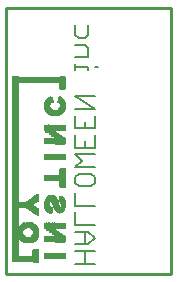
<source format=gbo>
G75*
%MOIN*%
%OFA0B0*%
%FSLAX24Y24*%
%IPPOS*%
%LPD*%
%AMOC8*
5,1,8,0,0,1.08239X$1,22.5*
%
%ADD10C,0.0100*%
%ADD11C,0.0060*%
%ADD12R,0.0005X0.6165*%
%ADD13R,0.0005X0.6175*%
%ADD14R,0.0005X0.6185*%
%ADD15R,0.0005X0.0230*%
%ADD16R,0.0005X0.0290*%
%ADD17R,0.0005X0.0225*%
%ADD18R,0.0005X0.0320*%
%ADD19R,0.0005X0.0340*%
%ADD20R,0.0005X0.0370*%
%ADD21R,0.0005X0.0390*%
%ADD22R,0.0005X0.0400*%
%ADD23R,0.0005X0.0420*%
%ADD24R,0.0005X0.0435*%
%ADD25R,0.0005X0.0450*%
%ADD26R,0.0005X0.0460*%
%ADD27R,0.0005X0.0480*%
%ADD28R,0.0005X0.0490*%
%ADD29R,0.0005X0.0500*%
%ADD30R,0.0005X0.0510*%
%ADD31R,0.0005X0.0520*%
%ADD32R,0.0005X0.0530*%
%ADD33R,0.0005X0.0540*%
%ADD34R,0.0005X0.0550*%
%ADD35R,0.0005X0.0560*%
%ADD36R,0.0005X0.0570*%
%ADD37R,0.0005X0.0580*%
%ADD38R,0.0005X0.0590*%
%ADD39R,0.0005X0.0600*%
%ADD40R,0.0005X0.0610*%
%ADD41R,0.0005X0.0620*%
%ADD42R,0.0005X0.0630*%
%ADD43R,0.0005X0.0275*%
%ADD44R,0.0005X0.0265*%
%ADD45R,0.0005X0.0255*%
%ADD46R,0.0005X0.0250*%
%ADD47R,0.0005X0.0245*%
%ADD48R,0.0005X0.0240*%
%ADD49R,0.0005X0.0235*%
%ADD50R,0.0005X0.0260*%
%ADD51R,0.0005X0.0280*%
%ADD52R,0.0005X0.0285*%
%ADD53R,0.0005X0.0295*%
%ADD54R,0.0005X0.0300*%
%ADD55R,0.0005X0.0305*%
%ADD56R,0.0005X0.0315*%
%ADD57R,0.0005X0.0325*%
%ADD58R,0.0005X0.0335*%
%ADD59R,0.0005X0.0345*%
%ADD60R,0.0005X0.0355*%
%ADD61R,0.0005X0.0365*%
%ADD62R,0.0005X0.0375*%
%ADD63R,0.0005X0.0385*%
%ADD64R,0.0005X0.0395*%
%ADD65R,0.0005X0.0405*%
%ADD66R,0.0005X0.0415*%
%ADD67R,0.0005X0.0425*%
%ADD68R,0.0005X0.0445*%
%ADD69R,0.0005X0.0455*%
%ADD70R,0.0005X0.0465*%
%ADD71R,0.0005X0.0475*%
%ADD72R,0.0005X0.0430*%
%ADD73R,0.0005X0.0270*%
%ADD74R,0.0005X0.0640*%
%ADD75R,0.0005X0.0470*%
%ADD76R,0.0005X0.0440*%
%ADD77R,0.0005X0.0410*%
%ADD78R,0.0005X0.0350*%
%ADD79R,0.0005X0.0330*%
%ADD80R,0.0005X0.0200*%
%ADD81R,0.0005X0.0140*%
%ADD82R,0.0005X0.0010*%
%ADD83R,0.0005X0.0005*%
%ADD84R,0.0005X0.0160*%
%ADD85R,0.0005X0.0155*%
%ADD86R,0.0005X0.0220*%
%ADD87R,0.0005X0.0210*%
%ADD88R,0.0005X0.0205*%
%ADD89R,0.0005X0.0215*%
%ADD90R,0.0005X0.0310*%
%ADD91R,0.0005X0.0485*%
%ADD92R,0.0005X0.0525*%
%ADD93R,0.0005X0.0515*%
%ADD94R,0.0005X0.0545*%
%ADD95R,0.0005X0.0585*%
%ADD96R,0.0005X0.0595*%
%ADD97R,0.0005X0.0605*%
%ADD98R,0.0005X0.0360*%
%ADD99R,0.0005X0.0135*%
%ADD100R,0.0005X0.0180*%
%ADD101R,0.0005X0.0050*%
%ADD102R,0.0005X0.0380*%
%ADD103R,0.0005X0.0145*%
%ADD104R,0.0005X0.0130*%
%ADD105R,0.0005X0.0105*%
%ADD106R,0.0005X0.0090*%
%ADD107R,0.0005X0.0075*%
%ADD108R,0.0005X0.0055*%
%ADD109R,0.0005X0.0035*%
%ADD110R,0.0005X0.0015*%
%ADD111R,0.0005X0.0650*%
%ADD112R,0.0005X0.0655*%
%ADD113R,0.0005X0.0040*%
%ADD114R,0.0005X0.0060*%
%ADD115R,0.0005X0.0110*%
%ADD116R,0.0005X0.0185*%
%ADD117R,0.0005X0.0065*%
%ADD118R,0.0005X0.0575*%
%ADD119R,0.0005X0.0535*%
%ADD120R,0.0005X0.0555*%
%ADD121R,0.0005X0.0505*%
%ADD122R,0.0005X0.0495*%
%ADD123R,0.0005X0.0170*%
D10*
X000310Y000153D02*
X005822Y000153D01*
X005822Y009011D01*
X000310Y009011D01*
X000310Y000153D01*
D11*
X002633Y000489D02*
X003273Y000489D01*
X003273Y000916D02*
X002633Y000916D01*
X002633Y001133D02*
X003060Y001133D01*
X003273Y001347D01*
X003060Y001560D01*
X002633Y001560D01*
X002633Y001778D02*
X002633Y002205D01*
X002633Y002422D02*
X002633Y002849D01*
X002739Y003067D02*
X002633Y003174D01*
X002633Y003387D01*
X002739Y003494D01*
X003166Y003494D01*
X003273Y003387D01*
X003273Y003174D01*
X003166Y003067D01*
X002739Y003067D01*
X002633Y003712D02*
X002846Y003925D01*
X002633Y004139D01*
X003273Y004139D01*
X003273Y004356D02*
X002633Y004356D01*
X002633Y004783D01*
X002633Y005001D02*
X002633Y005428D01*
X002633Y005645D02*
X003273Y005645D01*
X002633Y006072D01*
X003273Y006072D01*
X003273Y005428D02*
X003273Y005001D01*
X002633Y005001D01*
X002953Y005001D02*
X002953Y005214D01*
X003273Y004783D02*
X003273Y004356D01*
X002953Y004356D02*
X002953Y004570D01*
X003273Y003712D02*
X002633Y003712D01*
X002633Y002422D02*
X003273Y002422D01*
X003273Y001778D02*
X002633Y001778D01*
X002953Y001560D02*
X002953Y001133D01*
X002953Y000916D02*
X002953Y000489D01*
X003060Y006934D02*
X003060Y007041D01*
X002633Y007041D01*
X002633Y006934D02*
X002633Y007148D01*
X002633Y007364D02*
X003060Y007364D01*
X003060Y007684D01*
X002953Y007791D01*
X002633Y007791D01*
X002739Y008009D02*
X002633Y008115D01*
X002633Y008436D01*
X002739Y008009D02*
X002953Y008009D01*
X003060Y008115D01*
X003060Y008436D01*
X003273Y007041D02*
X003380Y007041D01*
D12*
X000540Y003630D03*
D13*
X000545Y003630D03*
D14*
X000550Y003630D03*
X000555Y003630D03*
X000560Y003630D03*
X000565Y003630D03*
X000570Y003630D03*
X000575Y003630D03*
X000580Y003630D03*
X000585Y003630D03*
X000590Y003630D03*
X000595Y003630D03*
X000600Y003630D03*
X000605Y003630D03*
X000610Y003630D03*
X000615Y003630D03*
X000620Y003630D03*
X000625Y003630D03*
X000630Y003630D03*
X000635Y003630D03*
X000640Y003630D03*
X000645Y003630D03*
X000650Y003630D03*
X000655Y003630D03*
X000660Y003630D03*
X000665Y003630D03*
X000670Y003630D03*
X000675Y003630D03*
X000680Y003630D03*
X000685Y003630D03*
X000690Y003630D03*
X000695Y003630D03*
X000700Y003630D03*
X000705Y003630D03*
X000710Y003630D03*
X000715Y003630D03*
X000720Y003630D03*
X000725Y003630D03*
X000730Y003630D03*
X000735Y003630D03*
X000740Y003630D03*
D15*
X001645Y003333D03*
X001650Y003333D03*
X001655Y003333D03*
X001660Y003333D03*
X001665Y003333D03*
X001670Y003333D03*
X001675Y003333D03*
X001680Y003333D03*
X001685Y003333D03*
X001690Y003333D03*
X001695Y003333D03*
X001700Y003333D03*
X001705Y003333D03*
X001710Y003333D03*
X001715Y003333D03*
X001720Y003333D03*
X001725Y003333D03*
X001730Y003333D03*
X001735Y003333D03*
X001740Y003333D03*
X001745Y003333D03*
X001750Y003333D03*
X001755Y003333D03*
X001760Y003333D03*
X001765Y003333D03*
X001770Y003333D03*
X001775Y003333D03*
X001780Y003333D03*
X001785Y003333D03*
X001790Y003333D03*
X001795Y003333D03*
X001800Y003333D03*
X001805Y003333D03*
X001810Y003333D03*
X001815Y003333D03*
X001820Y003333D03*
X001825Y003333D03*
X001830Y003333D03*
X001835Y003333D03*
X001840Y003333D03*
X001845Y003333D03*
X001850Y003333D03*
X001855Y003333D03*
X001860Y003333D03*
X001865Y003333D03*
X001870Y003333D03*
X001875Y003333D03*
X001880Y003333D03*
X001885Y003333D03*
X001890Y003333D03*
X001895Y003333D03*
X001900Y003333D03*
X001905Y003333D03*
X001910Y003333D03*
X001915Y003333D03*
X001920Y003333D03*
X001925Y003333D03*
X001930Y003333D03*
X001935Y003333D03*
X001940Y003333D03*
X001945Y003333D03*
X001950Y003333D03*
X001955Y003333D03*
X001960Y003333D03*
X001965Y003333D03*
X001970Y003333D03*
X001975Y003333D03*
X001980Y003333D03*
X001985Y003333D03*
X001990Y003333D03*
X001995Y003333D03*
X002000Y003333D03*
X002005Y003333D03*
X002010Y003333D03*
X002015Y003333D03*
X002020Y003333D03*
X002025Y003333D03*
X002030Y003333D03*
X002035Y003333D03*
X002040Y003333D03*
X002045Y003333D03*
X002050Y003333D03*
X002055Y003333D03*
X002060Y003333D03*
X002065Y003333D03*
X002070Y003333D03*
X002075Y003333D03*
X002080Y003333D03*
X002085Y003333D03*
X002090Y003333D03*
X002095Y003333D03*
X002100Y003333D03*
X002105Y003333D03*
X002110Y003333D03*
X002115Y003333D03*
X002120Y003333D03*
X002125Y003333D03*
X001855Y002658D03*
X001790Y002648D03*
X001785Y002643D03*
X001800Y002278D03*
X001810Y002273D03*
X002160Y002628D03*
X001665Y001733D03*
X001185Y001753D03*
X001175Y001758D03*
X001170Y001758D03*
X001165Y001758D03*
X001150Y001763D03*
X001145Y001763D03*
X001140Y001763D03*
X001015Y001763D03*
X001010Y001763D03*
X000990Y001758D03*
X000985Y001758D03*
X000980Y001758D03*
X000975Y001758D03*
X000970Y001753D03*
X000965Y001753D03*
X000965Y001303D03*
X000960Y001303D03*
X000970Y001298D03*
X000975Y001298D03*
X000980Y001298D03*
X000995Y001293D03*
X001000Y001293D03*
X001030Y001288D03*
X001035Y001288D03*
X001040Y001288D03*
X001115Y001288D03*
X001120Y001288D03*
X001150Y001293D03*
X001155Y001293D03*
X001160Y001293D03*
X001170Y001298D03*
X001175Y001298D03*
X001180Y001298D03*
X001190Y001303D03*
X001190Y000653D03*
X001185Y000653D03*
X001180Y000653D03*
X001175Y000653D03*
X001170Y000653D03*
X001165Y000653D03*
X001160Y000653D03*
X001155Y000653D03*
X001150Y000653D03*
X001145Y000653D03*
X001140Y000653D03*
X001135Y000653D03*
X001130Y000653D03*
X001125Y000653D03*
X001120Y000653D03*
X001115Y000653D03*
X001110Y000653D03*
X001105Y000653D03*
X001100Y000653D03*
X001095Y000653D03*
X001090Y000653D03*
X001085Y000653D03*
X001080Y000653D03*
X001075Y000653D03*
X001070Y000653D03*
X001065Y000653D03*
X001060Y000653D03*
X001055Y000653D03*
X001050Y000653D03*
X001045Y000653D03*
X001040Y000653D03*
X001035Y000653D03*
X001030Y000653D03*
X001025Y000653D03*
X001020Y000653D03*
X001015Y000653D03*
X001010Y000653D03*
X001005Y000653D03*
X001000Y000653D03*
X000995Y000653D03*
X000990Y000653D03*
X000985Y000653D03*
X000980Y000653D03*
X000975Y000653D03*
X000970Y000653D03*
X000965Y000653D03*
X000960Y000653D03*
X000955Y000653D03*
X000950Y000653D03*
X000945Y000653D03*
X000940Y000653D03*
X000935Y000653D03*
X000930Y000653D03*
X000925Y000653D03*
X000920Y000653D03*
X000915Y000653D03*
X000910Y000653D03*
X000905Y000653D03*
X000900Y000653D03*
X000895Y000653D03*
X000890Y000653D03*
X000885Y000653D03*
X000880Y000653D03*
X000875Y000653D03*
X000870Y000653D03*
X000865Y000653D03*
X000860Y000653D03*
X000855Y000653D03*
X000850Y000653D03*
X000845Y000653D03*
X000840Y000653D03*
X000835Y000653D03*
X000830Y000653D03*
X000825Y000653D03*
X000820Y000653D03*
X000815Y000653D03*
X000810Y000653D03*
X000805Y000653D03*
X000800Y000653D03*
X000795Y000653D03*
X000790Y000653D03*
X000785Y000653D03*
X000780Y000653D03*
X000775Y000653D03*
X000770Y000653D03*
X000765Y000653D03*
X000760Y000653D03*
X000755Y000653D03*
X000750Y000653D03*
X000745Y000653D03*
X001195Y000653D03*
X001200Y000653D03*
X001205Y000653D03*
X001210Y000653D03*
X001215Y000653D03*
X001220Y000653D03*
X001225Y000653D03*
X001230Y000653D03*
X002275Y001313D03*
X002280Y001313D03*
X002280Y004573D03*
X001660Y004998D03*
X001855Y005533D03*
X001860Y005533D03*
X001850Y005538D03*
X001845Y005538D03*
X001875Y005528D03*
X001880Y005528D03*
X001905Y005523D03*
X002040Y005523D03*
X002045Y005523D03*
X002065Y005528D03*
X002070Y005528D03*
X002075Y005528D03*
X002080Y005533D03*
X002085Y005533D03*
X002125Y005943D03*
X001830Y005948D03*
X001830Y006608D03*
X001835Y006608D03*
X001840Y006608D03*
X001845Y006608D03*
X001850Y006608D03*
X001855Y006608D03*
X001860Y006608D03*
X001865Y006608D03*
X001870Y006608D03*
X001875Y006608D03*
X001880Y006608D03*
X001885Y006608D03*
X001890Y006608D03*
X001895Y006608D03*
X001900Y006608D03*
X001905Y006608D03*
X001910Y006608D03*
X001915Y006608D03*
X001920Y006608D03*
X001925Y006608D03*
X001930Y006608D03*
X001935Y006608D03*
X001940Y006608D03*
X001945Y006608D03*
X001950Y006608D03*
X001955Y006608D03*
X001960Y006608D03*
X001965Y006608D03*
X001970Y006608D03*
X001975Y006608D03*
X001980Y006608D03*
X001985Y006608D03*
X001990Y006608D03*
X001995Y006608D03*
X002000Y006608D03*
X002005Y006608D03*
X002010Y006608D03*
X002015Y006608D03*
X002020Y006608D03*
X002025Y006608D03*
X002030Y006608D03*
X002035Y006608D03*
X002040Y006608D03*
X002045Y006608D03*
X002050Y006608D03*
X002055Y006608D03*
X002060Y006608D03*
X002065Y006608D03*
X002070Y006608D03*
X002075Y006608D03*
X002080Y006608D03*
X002085Y006608D03*
X002090Y006608D03*
X002095Y006608D03*
X002100Y006608D03*
X002105Y006608D03*
X002110Y006608D03*
X002115Y006608D03*
X002120Y006608D03*
X002125Y006608D03*
X001825Y006608D03*
X001820Y006608D03*
X001815Y006608D03*
X001810Y006608D03*
X001805Y006608D03*
X001800Y006608D03*
X001795Y006608D03*
X001790Y006608D03*
X001785Y006608D03*
X001780Y006608D03*
X001775Y006608D03*
X001770Y006608D03*
X001765Y006608D03*
X001760Y006608D03*
X001755Y006608D03*
X001750Y006608D03*
X001745Y006608D03*
X001740Y006608D03*
X001735Y006608D03*
X001730Y006608D03*
X001725Y006608D03*
X001720Y006608D03*
X001715Y006608D03*
X001710Y006608D03*
X001705Y006608D03*
X001700Y006608D03*
X001695Y006608D03*
X001690Y006608D03*
X001685Y006608D03*
X001680Y006608D03*
X001675Y006608D03*
X001670Y006608D03*
X001665Y006608D03*
X001660Y006608D03*
X001655Y006608D03*
X001650Y006608D03*
X001645Y006608D03*
X001640Y006608D03*
X001635Y006608D03*
X001630Y006608D03*
X001625Y006608D03*
X001620Y006608D03*
X001615Y006608D03*
X001610Y006608D03*
X001605Y006608D03*
X001600Y006608D03*
X001595Y006608D03*
X001590Y006608D03*
X001585Y006608D03*
X001580Y006608D03*
X001575Y006608D03*
X001570Y006608D03*
X001565Y006608D03*
X001560Y006608D03*
X001555Y006608D03*
X001550Y006608D03*
X001545Y006608D03*
X001540Y006608D03*
X001535Y006608D03*
X001530Y006608D03*
X001525Y006608D03*
X001520Y006608D03*
X001515Y006608D03*
X001510Y006608D03*
X001505Y006608D03*
X001500Y006608D03*
X001495Y006608D03*
X001490Y006608D03*
X001485Y006608D03*
X001480Y006608D03*
X001475Y006608D03*
X001470Y006608D03*
X001465Y006608D03*
X001460Y006608D03*
X001455Y006608D03*
X001450Y006608D03*
X001445Y006608D03*
X001440Y006608D03*
X001435Y006608D03*
X001430Y006608D03*
X001425Y006608D03*
X001420Y006608D03*
X001415Y006608D03*
X001410Y006608D03*
X001405Y006608D03*
X001400Y006608D03*
X001395Y006608D03*
X001390Y006608D03*
X001385Y006608D03*
X001380Y006608D03*
X001375Y006608D03*
X001370Y006608D03*
X001365Y006608D03*
X001360Y006608D03*
X001355Y006608D03*
X001350Y006608D03*
X001345Y006608D03*
X001340Y006608D03*
X001335Y006608D03*
X001330Y006608D03*
X001325Y006608D03*
X001320Y006608D03*
X001315Y006608D03*
X001310Y006608D03*
X001305Y006608D03*
X001300Y006608D03*
X001295Y006608D03*
X001290Y006608D03*
X001285Y006608D03*
X001280Y006608D03*
X001275Y006608D03*
X001270Y006608D03*
X001265Y006608D03*
X001260Y006608D03*
X001255Y006608D03*
X001250Y006608D03*
X001245Y006608D03*
X001240Y006608D03*
X001235Y006608D03*
X001230Y006608D03*
X001225Y006608D03*
X001220Y006608D03*
X001215Y006608D03*
X001210Y006608D03*
X001205Y006608D03*
X001200Y006608D03*
X001195Y006608D03*
X001190Y006608D03*
X001185Y006608D03*
X001180Y006608D03*
X001175Y006608D03*
X001170Y006608D03*
X001165Y006608D03*
X001160Y006608D03*
X001155Y006608D03*
X001150Y006608D03*
X001145Y006608D03*
X001140Y006608D03*
X001135Y006608D03*
X001130Y006608D03*
X001125Y006608D03*
X001120Y006608D03*
X001115Y006608D03*
X001110Y006608D03*
X001105Y006608D03*
X001100Y006608D03*
X001095Y006608D03*
X001090Y006608D03*
X001085Y006608D03*
X001080Y006608D03*
X001075Y006608D03*
X001070Y006608D03*
X001065Y006608D03*
X001060Y006608D03*
X001055Y006608D03*
X001050Y006608D03*
X001045Y006608D03*
X001040Y006608D03*
X001035Y006608D03*
X001030Y006608D03*
X001025Y006608D03*
X001020Y006608D03*
X001015Y006608D03*
X001010Y006608D03*
X001005Y006608D03*
X001000Y006608D03*
X000995Y006608D03*
X000990Y006608D03*
X000985Y006608D03*
X000980Y006608D03*
X000975Y006608D03*
X000970Y006608D03*
X000965Y006608D03*
X000960Y006608D03*
X000955Y006608D03*
X000950Y006608D03*
X000945Y006608D03*
X000940Y006608D03*
X000935Y006608D03*
X000930Y006608D03*
X000925Y006608D03*
X000920Y006608D03*
X000915Y006608D03*
X000910Y006608D03*
X000905Y006608D03*
X000900Y006608D03*
X000895Y006608D03*
X000890Y006608D03*
X000885Y006608D03*
X000880Y006608D03*
X000875Y006608D03*
X000870Y006608D03*
X000865Y006608D03*
X000860Y006608D03*
X000855Y006608D03*
X000850Y006608D03*
X000845Y006608D03*
X000840Y006608D03*
X000835Y006608D03*
X000830Y006608D03*
X000825Y006608D03*
X000820Y006608D03*
X000815Y006608D03*
X000810Y006608D03*
X000805Y006608D03*
X000800Y006608D03*
X000795Y006608D03*
X000790Y006608D03*
X000785Y006608D03*
X000780Y006608D03*
X000775Y006608D03*
X000770Y006608D03*
X000765Y006608D03*
X000760Y006608D03*
X000755Y006608D03*
X000750Y006608D03*
X000745Y006608D03*
D16*
X001795Y005903D03*
X001750Y004968D03*
X001745Y004968D03*
X002190Y004603D03*
X002305Y002463D03*
X001755Y001703D03*
X002190Y001343D03*
X001250Y001703D03*
X000900Y001703D03*
X000745Y001528D03*
X000900Y001353D03*
D17*
X000985Y001295D03*
X000990Y001295D03*
X001005Y001290D03*
X001010Y001290D03*
X001015Y001290D03*
X001020Y001290D03*
X001025Y001290D03*
X001045Y001285D03*
X001050Y001285D03*
X001055Y001285D03*
X001060Y001285D03*
X001065Y001285D03*
X001070Y001285D03*
X001075Y001285D03*
X001080Y001285D03*
X001085Y001285D03*
X001090Y001285D03*
X001095Y001285D03*
X001100Y001285D03*
X001105Y001285D03*
X001110Y001285D03*
X001125Y001290D03*
X001130Y001290D03*
X001135Y001290D03*
X001140Y001290D03*
X001145Y001290D03*
X001165Y001295D03*
X001160Y001760D03*
X001155Y001760D03*
X001135Y001765D03*
X001130Y001765D03*
X001125Y001765D03*
X001120Y001765D03*
X001115Y001765D03*
X001110Y001765D03*
X001105Y001765D03*
X001100Y001765D03*
X001095Y001765D03*
X001090Y001765D03*
X001085Y001765D03*
X001080Y001765D03*
X001075Y001765D03*
X001070Y001765D03*
X001065Y001765D03*
X001060Y001765D03*
X001055Y001765D03*
X001050Y001765D03*
X001045Y001765D03*
X001040Y001765D03*
X001035Y001765D03*
X001030Y001765D03*
X001025Y001765D03*
X001020Y001765D03*
X001005Y001760D03*
X001000Y001760D03*
X000995Y001760D03*
X000995Y002450D03*
X001000Y002450D03*
X001005Y002450D03*
X001010Y002450D03*
X001015Y002450D03*
X001020Y002450D03*
X000990Y002450D03*
X000985Y002450D03*
X000980Y002450D03*
X000975Y002450D03*
X000970Y002450D03*
X000965Y002450D03*
X000960Y002450D03*
X000955Y002450D03*
X000950Y002450D03*
X000945Y002450D03*
X000940Y002450D03*
X000935Y002450D03*
X000930Y002450D03*
X000925Y002450D03*
X000920Y002450D03*
X000915Y002450D03*
X000910Y002450D03*
X000905Y002450D03*
X000900Y002450D03*
X000895Y002450D03*
X000890Y002450D03*
X000885Y002450D03*
X000880Y002450D03*
X000875Y002450D03*
X000870Y002450D03*
X000865Y002450D03*
X000860Y002450D03*
X000855Y002450D03*
X000850Y002450D03*
X000845Y002450D03*
X000840Y002450D03*
X000835Y002450D03*
X000830Y002450D03*
X000825Y002450D03*
X000820Y002450D03*
X000815Y002450D03*
X000810Y002450D03*
X000805Y002450D03*
X000800Y002450D03*
X000795Y002450D03*
X000790Y002450D03*
X000785Y002450D03*
X000780Y002450D03*
X000775Y002450D03*
X000770Y002450D03*
X000765Y002450D03*
X000760Y002450D03*
X000755Y002450D03*
X000750Y002450D03*
X000745Y002450D03*
X001655Y001735D03*
X001660Y001735D03*
X001825Y002265D03*
X001830Y002265D03*
X001820Y002270D03*
X001815Y002270D03*
X001795Y002650D03*
X001845Y002660D03*
X001850Y002660D03*
X002115Y002290D03*
X002120Y002285D03*
X002175Y002295D03*
X002155Y002630D03*
X002150Y002630D03*
X002285Y001310D03*
X002285Y000735D03*
X002290Y000735D03*
X002295Y000735D03*
X002300Y000735D03*
X002280Y000735D03*
X002275Y000735D03*
X002270Y000735D03*
X002265Y000735D03*
X002260Y000735D03*
X002255Y000735D03*
X002250Y000735D03*
X002245Y000735D03*
X002240Y000735D03*
X002235Y000735D03*
X002230Y000735D03*
X002225Y000735D03*
X002220Y000735D03*
X002215Y000735D03*
X002210Y000735D03*
X002205Y000735D03*
X002200Y000735D03*
X002195Y000735D03*
X002190Y000735D03*
X002185Y000735D03*
X002180Y000735D03*
X002175Y000735D03*
X002170Y000735D03*
X002165Y000735D03*
X002160Y000735D03*
X002155Y000735D03*
X002150Y000735D03*
X002145Y000735D03*
X002140Y000735D03*
X002135Y000735D03*
X002130Y000735D03*
X002125Y000735D03*
X002120Y000735D03*
X002115Y000735D03*
X002110Y000735D03*
X002105Y000735D03*
X002100Y000735D03*
X002095Y000735D03*
X002090Y000735D03*
X002085Y000735D03*
X002080Y000735D03*
X002075Y000735D03*
X002070Y000735D03*
X002065Y000735D03*
X002060Y000735D03*
X002055Y000735D03*
X002050Y000735D03*
X002045Y000735D03*
X002040Y000735D03*
X002035Y000735D03*
X002030Y000735D03*
X002025Y000735D03*
X002020Y000735D03*
X002015Y000735D03*
X002010Y000735D03*
X002005Y000735D03*
X002000Y000735D03*
X001995Y000735D03*
X001990Y000735D03*
X001985Y000735D03*
X001980Y000735D03*
X001975Y000735D03*
X001970Y000735D03*
X001965Y000735D03*
X001960Y000735D03*
X001955Y000735D03*
X001950Y000735D03*
X001945Y000735D03*
X001940Y000735D03*
X001935Y000735D03*
X001930Y000735D03*
X001925Y000735D03*
X001920Y000735D03*
X001915Y000735D03*
X001910Y000735D03*
X001905Y000735D03*
X001900Y000735D03*
X001895Y000735D03*
X001890Y000735D03*
X001885Y000735D03*
X001880Y000735D03*
X001875Y000735D03*
X001870Y000735D03*
X001865Y000735D03*
X001860Y000735D03*
X001855Y000735D03*
X001850Y000735D03*
X001845Y000735D03*
X001840Y000735D03*
X001835Y000735D03*
X001830Y000735D03*
X001825Y000735D03*
X001820Y000735D03*
X001815Y000735D03*
X001810Y000735D03*
X001805Y000735D03*
X001800Y000735D03*
X001795Y000735D03*
X001790Y000735D03*
X001785Y000735D03*
X001780Y000735D03*
X001775Y000735D03*
X001770Y000735D03*
X001765Y000735D03*
X001760Y000735D03*
X001755Y000735D03*
X001750Y000735D03*
X001745Y000735D03*
X001740Y000735D03*
X001735Y000735D03*
X001730Y000735D03*
X001725Y000735D03*
X001720Y000735D03*
X001715Y000735D03*
X001710Y000735D03*
X001705Y000735D03*
X001700Y000735D03*
X001695Y000735D03*
X001690Y000735D03*
X001685Y000735D03*
X001680Y000735D03*
X001675Y000735D03*
X001670Y000735D03*
X001665Y000735D03*
X001660Y000735D03*
X001655Y000735D03*
X001650Y000735D03*
X001645Y000735D03*
X001645Y004030D03*
X001650Y004030D03*
X001655Y004030D03*
X001660Y004030D03*
X001665Y004030D03*
X001670Y004030D03*
X001675Y004030D03*
X001680Y004030D03*
X001685Y004030D03*
X001690Y004030D03*
X001695Y004030D03*
X001700Y004030D03*
X001705Y004030D03*
X001710Y004030D03*
X001715Y004030D03*
X001720Y004030D03*
X001725Y004030D03*
X001730Y004030D03*
X001735Y004030D03*
X001740Y004030D03*
X001745Y004030D03*
X001750Y004030D03*
X001755Y004030D03*
X001760Y004030D03*
X001765Y004030D03*
X001770Y004030D03*
X001775Y004030D03*
X001780Y004030D03*
X001785Y004030D03*
X001790Y004030D03*
X001795Y004030D03*
X001800Y004030D03*
X001805Y004030D03*
X001810Y004030D03*
X001815Y004030D03*
X001820Y004030D03*
X001825Y004030D03*
X001830Y004030D03*
X001835Y004030D03*
X001840Y004030D03*
X001845Y004030D03*
X001850Y004030D03*
X001855Y004030D03*
X001860Y004030D03*
X001865Y004030D03*
X001870Y004030D03*
X001875Y004030D03*
X001880Y004030D03*
X001885Y004030D03*
X001890Y004030D03*
X001895Y004030D03*
X001900Y004030D03*
X001905Y004030D03*
X001910Y004030D03*
X001915Y004030D03*
X001920Y004030D03*
X001925Y004030D03*
X001930Y004030D03*
X001935Y004030D03*
X001940Y004030D03*
X001945Y004030D03*
X001950Y004030D03*
X001955Y004030D03*
X001960Y004030D03*
X001965Y004030D03*
X001970Y004030D03*
X001975Y004030D03*
X001980Y004030D03*
X001985Y004030D03*
X001990Y004030D03*
X001995Y004030D03*
X002000Y004030D03*
X002005Y004030D03*
X002010Y004030D03*
X002015Y004030D03*
X002020Y004030D03*
X002025Y004030D03*
X002030Y004030D03*
X002035Y004030D03*
X002040Y004030D03*
X002045Y004030D03*
X002050Y004030D03*
X002055Y004030D03*
X002060Y004030D03*
X002065Y004030D03*
X002070Y004030D03*
X002075Y004030D03*
X002080Y004030D03*
X002085Y004030D03*
X002090Y004030D03*
X002095Y004030D03*
X002100Y004030D03*
X002105Y004030D03*
X002110Y004030D03*
X002115Y004030D03*
X002120Y004030D03*
X002125Y004030D03*
X002130Y004030D03*
X002135Y004030D03*
X002140Y004030D03*
X002145Y004030D03*
X002150Y004030D03*
X002155Y004030D03*
X002160Y004030D03*
X002165Y004030D03*
X002170Y004030D03*
X002175Y004030D03*
X002180Y004030D03*
X002185Y004030D03*
X002190Y004030D03*
X002195Y004030D03*
X002200Y004030D03*
X002205Y004030D03*
X002210Y004030D03*
X002215Y004030D03*
X002220Y004030D03*
X002225Y004030D03*
X002230Y004030D03*
X002235Y004030D03*
X002240Y004030D03*
X002245Y004030D03*
X002250Y004030D03*
X002255Y004030D03*
X002260Y004030D03*
X002265Y004030D03*
X002270Y004030D03*
X002275Y004030D03*
X002280Y004030D03*
X002285Y004030D03*
X002290Y004030D03*
X002295Y004030D03*
X002300Y004030D03*
X002305Y004030D03*
X002285Y004570D03*
X001655Y005000D03*
X001650Y005000D03*
X001865Y005530D03*
X001870Y005530D03*
X001885Y005525D03*
X001890Y005525D03*
X001895Y005525D03*
X001900Y005525D03*
X001910Y005520D03*
X001915Y005520D03*
X001920Y005520D03*
X001925Y005520D03*
X001930Y005520D03*
X001935Y005520D03*
X001940Y005520D03*
X001945Y005520D03*
X001950Y005520D03*
X001955Y005520D03*
X001960Y005520D03*
X001965Y005520D03*
X001970Y005520D03*
X001975Y005520D03*
X001980Y005520D03*
X001985Y005520D03*
X001990Y005520D03*
X001995Y005520D03*
X002000Y005520D03*
X002005Y005520D03*
X002010Y005520D03*
X002015Y005520D03*
X002020Y005520D03*
X002025Y005520D03*
X002030Y005520D03*
X002035Y005520D03*
X002050Y005525D03*
X002055Y005525D03*
X002060Y005525D03*
X002120Y005945D03*
X002115Y005950D03*
X001845Y005955D03*
X001840Y005955D03*
X001835Y005950D03*
X001640Y004030D03*
D18*
X002145Y004618D03*
X002150Y004618D03*
X001795Y004953D03*
X001790Y004953D03*
X001900Y002608D03*
X002300Y002463D03*
X001800Y001688D03*
X001795Y001688D03*
X002145Y001358D03*
X001090Y002453D03*
X000750Y001528D03*
D19*
X000755Y001528D03*
X001105Y002453D03*
X001825Y001678D03*
X001830Y001678D03*
X002115Y001368D03*
X002295Y002463D03*
X002120Y004628D03*
X002115Y004628D03*
X001825Y004943D03*
X001820Y004943D03*
D20*
X001865Y004928D03*
X002070Y004643D03*
X002075Y004643D03*
X002285Y005748D03*
X001655Y002458D03*
X002075Y002368D03*
X001875Y001663D03*
X001870Y001663D03*
X002070Y001383D03*
X002075Y001383D03*
X001390Y001528D03*
X000760Y001528D03*
D21*
X000765Y001528D03*
X001385Y001528D03*
X001900Y001653D03*
X002040Y001393D03*
X002045Y001393D03*
X001660Y002458D03*
X002045Y004653D03*
X001895Y004918D03*
X001665Y005748D03*
X002280Y005748D03*
D22*
X002275Y005748D03*
X001910Y004913D03*
X002030Y004658D03*
X002280Y002463D03*
X001915Y001648D03*
X002025Y001398D03*
X002030Y001398D03*
X000770Y001528D03*
D23*
X000775Y001528D03*
X001415Y000758D03*
X001945Y001638D03*
X001995Y001408D03*
X002000Y001408D03*
X002060Y002393D03*
X001930Y002548D03*
X002000Y004668D03*
X001940Y004903D03*
X001675Y005748D03*
X002270Y005748D03*
X002310Y006503D03*
D24*
X002300Y006505D03*
X002295Y006505D03*
X002290Y006505D03*
X002285Y006505D03*
X002280Y006505D03*
X002275Y006505D03*
X002270Y006505D03*
X002265Y006505D03*
X002260Y006505D03*
X002255Y006505D03*
X002250Y006505D03*
X002245Y006505D03*
X002240Y006505D03*
X002235Y006505D03*
X002230Y006505D03*
X002225Y006505D03*
X002220Y006505D03*
X002215Y006505D03*
X002210Y006505D03*
X002205Y006505D03*
X002200Y006505D03*
X002195Y006505D03*
X002190Y006505D03*
X002185Y006505D03*
X002180Y006505D03*
X002175Y006505D03*
X002170Y006505D03*
X002165Y006505D03*
X002160Y006505D03*
X002155Y006505D03*
X002150Y006505D03*
X002145Y006505D03*
X002140Y006505D03*
X001680Y005750D03*
X001960Y004895D03*
X001975Y004675D03*
X001980Y004675D03*
X001675Y002460D03*
X001175Y002450D03*
X000780Y001525D03*
X001245Y000755D03*
X001250Y000755D03*
X001255Y000755D03*
X001260Y000755D03*
X001265Y000755D03*
X001270Y000755D03*
X001275Y000755D03*
X001280Y000755D03*
X001285Y000755D03*
X001290Y000755D03*
X001295Y000755D03*
X001300Y000755D03*
X001305Y000755D03*
X001310Y000755D03*
X001315Y000755D03*
X001320Y000755D03*
X001325Y000755D03*
X001330Y000755D03*
X001335Y000755D03*
X001340Y000755D03*
X001345Y000755D03*
X001350Y000755D03*
X001355Y000755D03*
X001360Y000755D03*
X001365Y000755D03*
X001370Y000755D03*
X001375Y000755D03*
X001380Y000755D03*
X001385Y000755D03*
X001390Y000755D03*
X001395Y000755D03*
X001400Y000755D03*
X001405Y000755D03*
X001965Y001630D03*
X001975Y001415D03*
D25*
X002260Y002463D03*
X001945Y002528D03*
X000785Y001528D03*
D26*
X000790Y001528D03*
X001365Y001528D03*
X002040Y002423D03*
X002255Y002463D03*
X002255Y005748D03*
D27*
X002245Y005748D03*
X001700Y005748D03*
X001965Y002503D03*
X001970Y002498D03*
X002020Y002448D03*
X001355Y001528D03*
X000795Y001528D03*
D28*
X000800Y001528D03*
X001350Y001528D03*
X001700Y002463D03*
X001985Y002483D03*
X001990Y002478D03*
X001995Y002473D03*
X002000Y002468D03*
X002005Y002463D03*
X002240Y005748D03*
X001705Y005748D03*
D29*
X001710Y005748D03*
X002235Y005748D03*
X002230Y002463D03*
X001705Y002463D03*
X001345Y001528D03*
X000805Y001528D03*
D30*
X000810Y001528D03*
X001340Y001528D03*
X001710Y002463D03*
X001715Y005748D03*
D31*
X001725Y005748D03*
X001715Y002463D03*
X002215Y002463D03*
X001335Y001528D03*
X000815Y001528D03*
D32*
X000820Y001528D03*
X001330Y001528D03*
X001725Y002463D03*
X002205Y002463D03*
X001730Y005748D03*
D33*
X001735Y005748D03*
X002210Y005743D03*
X001730Y002463D03*
X001325Y001528D03*
X000825Y001528D03*
D34*
X000830Y001528D03*
X001320Y001528D03*
X001740Y002463D03*
X001740Y005748D03*
X001745Y005748D03*
D35*
X001750Y005748D03*
X002195Y005743D03*
X001750Y002463D03*
X001745Y002463D03*
X001315Y001528D03*
X000840Y001528D03*
X000835Y001528D03*
D36*
X000845Y001528D03*
X001310Y001528D03*
X001755Y002463D03*
X001760Y002463D03*
X001760Y005748D03*
X001755Y005748D03*
X002190Y005743D03*
D37*
X002180Y005743D03*
X001765Y005748D03*
X001765Y002463D03*
X001770Y002463D03*
X001305Y001528D03*
X001300Y001528D03*
X000850Y001528D03*
D38*
X000855Y001528D03*
X000860Y001528D03*
X001295Y001528D03*
X001775Y005748D03*
X002170Y005743D03*
D39*
X002160Y005743D03*
X001785Y005748D03*
X001290Y001528D03*
X001285Y001528D03*
X000865Y001528D03*
D40*
X000870Y001528D03*
X000875Y001528D03*
X001280Y001528D03*
D41*
X001275Y001528D03*
X001270Y001528D03*
X000885Y001528D03*
X000880Y001528D03*
X002130Y003333D03*
D42*
X002135Y003333D03*
X002310Y003333D03*
X001265Y001528D03*
X001260Y001528D03*
X000895Y001528D03*
X000890Y001528D03*
D43*
X000905Y001710D03*
X000905Y001345D03*
X001245Y001340D03*
X001410Y001525D03*
X001730Y001710D03*
X001735Y001710D03*
X002210Y001335D03*
X001055Y002450D03*
X002210Y004595D03*
X002215Y004595D03*
X001725Y004975D03*
X002145Y005575D03*
X002305Y005750D03*
D44*
X002140Y005565D03*
X001800Y005920D03*
X001715Y004980D03*
X001710Y004980D03*
X002225Y004590D03*
X002230Y004590D03*
X001635Y002460D03*
X001715Y001715D03*
X001720Y001715D03*
X001240Y001720D03*
X001240Y001335D03*
X000910Y001335D03*
X000910Y001720D03*
X001050Y002450D03*
X002225Y001330D03*
D45*
X002240Y001325D03*
X001705Y001720D03*
X001700Y001720D03*
X001780Y002295D03*
X001880Y002640D03*
X001230Y001730D03*
X001235Y001330D03*
X001230Y001325D03*
X000920Y001325D03*
X000915Y001330D03*
X000915Y001725D03*
X001040Y002450D03*
X002240Y004585D03*
X002245Y004585D03*
X001700Y004985D03*
X001695Y004985D03*
X001810Y005560D03*
X002130Y005555D03*
D46*
X002125Y005553D03*
X001805Y005928D03*
X001635Y005753D03*
X001690Y004988D03*
X002250Y004583D03*
X001400Y002693D03*
X001395Y002688D03*
X001390Y002688D03*
X001385Y002683D03*
X001375Y002678D03*
X001370Y002673D03*
X001360Y002668D03*
X001345Y002658D03*
X001330Y002253D03*
X001345Y002243D03*
X001355Y002238D03*
X001360Y002233D03*
X001370Y002228D03*
X001375Y002223D03*
X001380Y002223D03*
X001385Y002218D03*
X001390Y002213D03*
X001395Y002213D03*
X001400Y002208D03*
X001405Y002208D03*
X001225Y001733D03*
X000925Y001733D03*
X000920Y001728D03*
X000925Y001323D03*
X001695Y001723D03*
X002105Y002303D03*
X002175Y002613D03*
X001875Y002648D03*
X001775Y002633D03*
X002245Y001323D03*
X002250Y001323D03*
D47*
X002255Y001320D03*
X001690Y001725D03*
X001685Y001725D03*
X001790Y002285D03*
X001785Y002290D03*
X001870Y002650D03*
X001405Y002695D03*
X001380Y002680D03*
X001365Y002670D03*
X001355Y002665D03*
X001350Y002660D03*
X001340Y002655D03*
X001335Y002650D03*
X001330Y002650D03*
X001325Y002645D03*
X001320Y002640D03*
X001315Y002640D03*
X001310Y002635D03*
X001300Y002630D03*
X001295Y002625D03*
X001285Y002620D03*
X001270Y002610D03*
X001255Y002300D03*
X001270Y002290D03*
X001280Y002285D03*
X001285Y002280D03*
X001295Y002275D03*
X001300Y002270D03*
X001305Y002270D03*
X001310Y002265D03*
X001315Y002260D03*
X001320Y002260D03*
X001325Y002255D03*
X001335Y002250D03*
X001340Y002245D03*
X001350Y002240D03*
X001365Y002230D03*
X001035Y002450D03*
X000930Y001735D03*
X000930Y001320D03*
X000935Y001315D03*
X001220Y001315D03*
X001225Y001320D03*
X001220Y001735D03*
X001215Y001740D03*
X002255Y004580D03*
X002260Y004580D03*
X001685Y004990D03*
X001680Y004990D03*
X001815Y005555D03*
X001810Y005935D03*
X002140Y005930D03*
X002310Y005750D03*
X002120Y005550D03*
X002115Y005545D03*
D48*
X002110Y005543D03*
X002135Y005933D03*
X001815Y005938D03*
X001820Y005553D03*
X001825Y005548D03*
X001675Y004993D03*
X002265Y004578D03*
X001410Y002693D03*
X001305Y002633D03*
X001290Y002623D03*
X001280Y002618D03*
X001275Y002613D03*
X001265Y002608D03*
X001260Y002603D03*
X001255Y002603D03*
X001250Y002598D03*
X001245Y002593D03*
X001240Y002593D03*
X001235Y002588D03*
X001225Y002583D03*
X001220Y002578D03*
X001210Y002573D03*
X001030Y002453D03*
X001210Y002328D03*
X001220Y002323D03*
X001225Y002318D03*
X001230Y002318D03*
X001235Y002313D03*
X001240Y002308D03*
X001245Y002308D03*
X001250Y002303D03*
X001260Y002298D03*
X001265Y002293D03*
X001275Y002288D03*
X001290Y002278D03*
X001410Y002208D03*
X001200Y001748D03*
X001210Y001743D03*
X001415Y001528D03*
X001215Y001313D03*
X001210Y001313D03*
X001205Y001308D03*
X000940Y001313D03*
X000935Y001738D03*
X000940Y001743D03*
X001680Y001728D03*
X001795Y002283D03*
X001780Y002638D03*
X001865Y002653D03*
X002170Y002618D03*
X002180Y002303D03*
X002260Y001318D03*
X002265Y001318D03*
D49*
X002270Y001315D03*
X001675Y001730D03*
X001670Y001730D03*
X001415Y002205D03*
X001215Y002325D03*
X001025Y002450D03*
X001215Y002575D03*
X001230Y002585D03*
X001415Y002695D03*
X001805Y002275D03*
X001860Y002655D03*
X002110Y002295D03*
X002165Y002625D03*
X001205Y001745D03*
X001195Y001750D03*
X001190Y001750D03*
X001180Y001755D03*
X000960Y001750D03*
X000955Y001750D03*
X000950Y001745D03*
X000945Y001745D03*
X000945Y001310D03*
X000950Y001305D03*
X000955Y001305D03*
X001185Y001300D03*
X001195Y001305D03*
X001200Y001305D03*
X002270Y004575D03*
X002275Y004575D03*
X001670Y004995D03*
X001665Y004995D03*
X001835Y005540D03*
X001840Y005540D03*
X001830Y005545D03*
X002090Y005535D03*
X002095Y005535D03*
X002100Y005540D03*
X002105Y005540D03*
X002130Y005940D03*
X001825Y005945D03*
X001820Y005940D03*
D50*
X001805Y005568D03*
X002135Y005563D03*
X002145Y005923D03*
X001705Y004983D03*
X002235Y004588D03*
X002310Y002463D03*
X001710Y001718D03*
X001235Y001723D03*
X001045Y002453D03*
X002230Y001328D03*
X002235Y001328D03*
D51*
X002205Y001338D03*
X001740Y001708D03*
X001060Y002453D03*
X002205Y004598D03*
X001735Y004973D03*
X001730Y004973D03*
X001640Y005753D03*
D52*
X001740Y004970D03*
X002195Y004600D03*
X002200Y004600D03*
X001890Y002625D03*
X001750Y001705D03*
X001745Y001705D03*
X002195Y001340D03*
X002200Y001340D03*
X001250Y001350D03*
X001065Y002450D03*
D53*
X001070Y002450D03*
X001640Y002460D03*
X002095Y002325D03*
X001760Y001700D03*
X002180Y001345D03*
X002185Y001345D03*
X002185Y004605D03*
X002180Y004605D03*
X001755Y004965D03*
X001795Y005590D03*
X002150Y005585D03*
D54*
X001765Y004963D03*
X001760Y004963D03*
X002175Y004608D03*
X001895Y002618D03*
X001770Y001698D03*
X001765Y001698D03*
X002175Y001348D03*
X001075Y002453D03*
D55*
X001080Y002450D03*
X001405Y001525D03*
X001775Y001695D03*
X002165Y001350D03*
X002170Y001350D03*
X002170Y004610D03*
X002165Y004610D03*
X001770Y004960D03*
X002300Y005750D03*
D56*
X001785Y004955D03*
X002155Y004615D03*
X001085Y002450D03*
X001790Y001690D03*
X002150Y001355D03*
X002155Y001355D03*
X002090Y002335D03*
D57*
X001645Y002460D03*
X001805Y001685D03*
X002135Y001360D03*
X002140Y001360D03*
X001095Y002450D03*
X002140Y004620D03*
X001800Y004950D03*
D58*
X001815Y004945D03*
X002125Y004625D03*
X001650Y005750D03*
X001100Y002450D03*
X001820Y001680D03*
X002120Y001365D03*
X002125Y001365D03*
X002085Y002345D03*
D59*
X001905Y002595D03*
X001835Y001675D03*
X002105Y001370D03*
X002110Y001370D03*
X001110Y002450D03*
X002110Y004630D03*
X001830Y004940D03*
D60*
X001840Y004935D03*
X001845Y004935D03*
X002095Y004635D03*
X001655Y005750D03*
X001115Y002450D03*
X001850Y001670D03*
X002095Y001375D03*
X002080Y002355D03*
D61*
X001865Y001665D03*
X002080Y001380D03*
X001125Y002450D03*
X001120Y002450D03*
X002080Y004640D03*
X001860Y004930D03*
X001855Y004930D03*
D62*
X001870Y004925D03*
X001875Y004925D03*
X002065Y004645D03*
X001660Y005750D03*
X001915Y002575D03*
X001880Y001660D03*
X002065Y001385D03*
X001130Y002450D03*
D63*
X001135Y002450D03*
X001140Y002450D03*
X001890Y001655D03*
X001895Y001655D03*
X002050Y001390D03*
X002070Y002375D03*
X002050Y004650D03*
X001890Y004920D03*
X001885Y004920D03*
D64*
X001900Y004915D03*
X001905Y004915D03*
X002035Y004655D03*
X002040Y004655D03*
X001920Y002565D03*
X001910Y001650D03*
X001905Y001650D03*
X002035Y001395D03*
X001145Y002450D03*
D65*
X001150Y002450D03*
X001155Y002450D03*
X001665Y002460D03*
X002065Y002385D03*
X001925Y001645D03*
X001920Y001645D03*
X002020Y001400D03*
X002020Y004660D03*
X002025Y004660D03*
X001920Y004910D03*
X001915Y004910D03*
X001670Y005750D03*
D66*
X001930Y004905D03*
X001935Y004905D03*
X002005Y004665D03*
X002010Y004665D03*
X001160Y002450D03*
X001935Y001640D03*
X001940Y001640D03*
X002005Y001405D03*
D67*
X001990Y001410D03*
X001955Y001635D03*
X001950Y001635D03*
X002055Y002400D03*
X002270Y002460D03*
X001670Y002460D03*
X001170Y002450D03*
X001165Y002450D03*
X001235Y000750D03*
X001990Y004670D03*
X001995Y004670D03*
X001945Y004900D03*
X002130Y006510D03*
D68*
X002260Y005745D03*
X001685Y005750D03*
X001680Y002460D03*
X002045Y002415D03*
X001185Y002450D03*
X001180Y002450D03*
D69*
X001190Y002450D03*
X001950Y002520D03*
X001690Y005750D03*
D70*
X001955Y002515D03*
X002035Y002430D03*
X001685Y002460D03*
X001200Y002450D03*
X001195Y002450D03*
D71*
X001205Y002450D03*
X001690Y002460D03*
X002025Y002440D03*
X002245Y002460D03*
D72*
X001935Y002543D03*
X001960Y001633D03*
X001980Y001413D03*
X001985Y001413D03*
X001375Y001528D03*
X001410Y000758D03*
X001240Y000753D03*
X001985Y004673D03*
X001955Y004898D03*
X001950Y004898D03*
X002265Y005748D03*
X002305Y006503D03*
X002135Y006508D03*
D73*
X002150Y005913D03*
X001800Y005573D03*
X001720Y004978D03*
X002220Y004593D03*
X001885Y002633D03*
X001775Y002303D03*
X002100Y002313D03*
X002180Y002603D03*
X001725Y001713D03*
X001245Y001713D03*
X002215Y001333D03*
X002220Y001333D03*
D74*
X001255Y001528D03*
X002140Y003333D03*
X002145Y003333D03*
X002150Y003333D03*
X002155Y003333D03*
X002160Y003333D03*
X002165Y003333D03*
X002170Y003333D03*
X002175Y003333D03*
X002180Y003333D03*
X002185Y003333D03*
X002190Y003333D03*
X002195Y003333D03*
X002200Y003333D03*
X002205Y003333D03*
X002210Y003333D03*
X002215Y003333D03*
X002220Y003333D03*
X002225Y003333D03*
X002230Y003333D03*
X002235Y003333D03*
X002240Y003333D03*
X002245Y003333D03*
X002250Y003333D03*
X002255Y003333D03*
X002260Y003333D03*
X002265Y003333D03*
X002270Y003333D03*
X002275Y003333D03*
X002280Y003333D03*
X002285Y003333D03*
X002290Y003333D03*
X002295Y003333D03*
X002300Y003333D03*
X002305Y003333D03*
D75*
X001960Y002508D03*
X002030Y002433D03*
X002250Y002463D03*
X001360Y001528D03*
X001695Y005748D03*
X002250Y005748D03*
D76*
X001965Y004893D03*
X001940Y002533D03*
X002050Y002408D03*
X002265Y002463D03*
X001370Y001528D03*
D77*
X001380Y001528D03*
X001930Y001643D03*
X002010Y001403D03*
X002015Y001403D03*
X002275Y002463D03*
X001925Y002558D03*
X002015Y004663D03*
X001925Y004908D03*
D78*
X001835Y004938D03*
X002100Y004633D03*
X002105Y004633D03*
X002290Y005748D03*
X001650Y002458D03*
X001840Y001673D03*
X001845Y001673D03*
X002100Y001373D03*
X001395Y001528D03*
D79*
X001400Y001528D03*
X001810Y001683D03*
X001815Y001683D03*
X002130Y001363D03*
X002130Y004623D03*
X002135Y004623D03*
X001810Y004948D03*
X001805Y004948D03*
X002295Y005748D03*
D80*
X001870Y005958D03*
X001635Y005003D03*
X001635Y004563D03*
X002310Y005003D03*
X002310Y001743D03*
X002310Y001303D03*
X001635Y001303D03*
X001420Y001528D03*
D81*
X001425Y001528D03*
X002085Y005923D03*
D82*
X001620Y002468D03*
D83*
X001620Y005760D03*
X002060Y005875D03*
D84*
X002090Y005933D03*
X001880Y005943D03*
X001625Y002463D03*
D85*
X002105Y002615D03*
X002320Y005750D03*
X001625Y005755D03*
D86*
X001850Y005958D03*
X001855Y005958D03*
X002110Y005953D03*
X001645Y005003D03*
X002290Y004568D03*
X002295Y004568D03*
X001640Y003333D03*
X001805Y002658D03*
X001810Y002658D03*
X001800Y002653D03*
X001835Y002663D03*
X001840Y002663D03*
X001630Y002463D03*
X001835Y002263D03*
X001840Y002263D03*
X001845Y002263D03*
X002130Y002638D03*
X002135Y002638D03*
X002140Y002638D03*
X002145Y002633D03*
X002315Y002463D03*
X002170Y002293D03*
X001650Y001738D03*
X002290Y001308D03*
X002295Y001308D03*
X002305Y000733D03*
X001640Y000733D03*
D87*
X001635Y000733D03*
X001640Y001303D03*
X001645Y001303D03*
X001650Y001303D03*
X001655Y001303D03*
X001660Y001303D03*
X001665Y001303D03*
X001670Y001303D03*
X001675Y001303D03*
X001680Y001303D03*
X001685Y001303D03*
X001690Y001303D03*
X001695Y001303D03*
X001700Y001303D03*
X001705Y001303D03*
X001710Y001303D03*
X001715Y001303D03*
X001720Y001303D03*
X001725Y001303D03*
X001730Y001303D03*
X001735Y001303D03*
X001740Y001303D03*
X001745Y001303D03*
X001750Y001303D03*
X001755Y001303D03*
X001760Y001303D03*
X001765Y001303D03*
X001770Y001303D03*
X001775Y001303D03*
X001780Y001303D03*
X001785Y001303D03*
X001790Y001303D03*
X001795Y001303D03*
X001800Y001303D03*
X001805Y001303D03*
X001810Y001303D03*
X001815Y001303D03*
X001820Y001303D03*
X001825Y001303D03*
X001830Y001303D03*
X001835Y001303D03*
X001840Y001303D03*
X001845Y001303D03*
X001850Y001303D03*
X001855Y001303D03*
X001860Y001303D03*
X001865Y001303D03*
X001870Y001303D03*
X001875Y001303D03*
X001880Y001303D03*
X001885Y001303D03*
X001890Y001303D03*
X001895Y001303D03*
X001900Y001303D03*
X001905Y001303D03*
X001910Y001303D03*
X001915Y001303D03*
X001920Y001303D03*
X001925Y001303D03*
X001930Y001303D03*
X001935Y001303D03*
X001940Y001303D03*
X001945Y001303D03*
X001950Y001303D03*
X001955Y001303D03*
X001960Y001303D03*
X001965Y001303D03*
X001975Y001743D03*
X001980Y001743D03*
X001985Y001743D03*
X001990Y001743D03*
X001995Y001743D03*
X002000Y001743D03*
X002005Y001743D03*
X002010Y001743D03*
X002015Y001743D03*
X002020Y001743D03*
X002025Y001743D03*
X002030Y001743D03*
X002035Y001743D03*
X002040Y001743D03*
X002045Y001743D03*
X002050Y001743D03*
X002055Y001743D03*
X002060Y001743D03*
X002065Y001743D03*
X002070Y001743D03*
X002075Y001743D03*
X002080Y001743D03*
X002085Y001743D03*
X002090Y001743D03*
X002095Y001743D03*
X002100Y001743D03*
X002105Y001743D03*
X002110Y001743D03*
X002115Y001743D03*
X002120Y001743D03*
X002125Y001743D03*
X002130Y001743D03*
X002135Y001743D03*
X002140Y001743D03*
X002145Y001743D03*
X002150Y001743D03*
X002155Y001743D03*
X002160Y001743D03*
X002165Y001743D03*
X002170Y001743D03*
X002175Y001743D03*
X002180Y001743D03*
X002185Y001743D03*
X002190Y001743D03*
X002195Y001743D03*
X002200Y001743D03*
X002205Y001743D03*
X002210Y001743D03*
X002215Y001743D03*
X002220Y001743D03*
X002225Y001743D03*
X002230Y001743D03*
X002235Y001743D03*
X002240Y001743D03*
X002245Y001743D03*
X002250Y001743D03*
X002255Y001743D03*
X002260Y001743D03*
X002265Y001743D03*
X002270Y001743D03*
X002275Y001743D03*
X002280Y001743D03*
X002285Y001743D03*
X002290Y001743D03*
X002295Y001743D03*
X002300Y001743D03*
X002305Y001743D03*
X002305Y001303D03*
X002310Y000733D03*
X001640Y001743D03*
X001870Y002263D03*
X002130Y002283D03*
X002135Y002283D03*
X002140Y002283D03*
X002145Y002283D03*
X002150Y002283D03*
X002155Y002283D03*
X001635Y003333D03*
X001640Y004563D03*
X001645Y004563D03*
X001650Y004563D03*
X001655Y004563D03*
X001660Y004563D03*
X001665Y004563D03*
X001670Y004563D03*
X001675Y004563D03*
X001680Y004563D03*
X001685Y004563D03*
X001690Y004563D03*
X001695Y004563D03*
X001700Y004563D03*
X001705Y004563D03*
X001710Y004563D03*
X001715Y004563D03*
X001720Y004563D03*
X001725Y004563D03*
X001730Y004563D03*
X001735Y004563D03*
X001740Y004563D03*
X001745Y004563D03*
X001750Y004563D03*
X001755Y004563D03*
X001760Y004563D03*
X001765Y004563D03*
X001770Y004563D03*
X001775Y004563D03*
X001780Y004563D03*
X001785Y004563D03*
X001790Y004563D03*
X001795Y004563D03*
X001800Y004563D03*
X001805Y004563D03*
X001810Y004563D03*
X001815Y004563D03*
X001820Y004563D03*
X001825Y004563D03*
X001830Y004563D03*
X001835Y004563D03*
X001840Y004563D03*
X001845Y004563D03*
X001850Y004563D03*
X001855Y004563D03*
X001860Y004563D03*
X001865Y004563D03*
X001870Y004563D03*
X001875Y004563D03*
X001880Y004563D03*
X001885Y004563D03*
X001890Y004563D03*
X001895Y004563D03*
X001900Y004563D03*
X001905Y004563D03*
X001910Y004563D03*
X001915Y004563D03*
X001920Y004563D03*
X001925Y004563D03*
X001930Y004563D03*
X001935Y004563D03*
X001940Y004563D03*
X001945Y004563D03*
X001950Y004563D03*
X001955Y004563D03*
X001960Y004563D03*
X001965Y004563D03*
X001640Y005003D03*
X001630Y005753D03*
X001865Y005958D03*
X002305Y005003D03*
X002305Y004563D03*
D88*
X002310Y004565D03*
X002315Y005750D03*
X002100Y005950D03*
X002110Y002640D03*
X001635Y001740D03*
D89*
X001645Y001740D03*
X001850Y002260D03*
X001855Y002260D03*
X001860Y002260D03*
X001865Y002260D03*
X002125Y002285D03*
X002160Y002285D03*
X002165Y002290D03*
X002125Y002640D03*
X002120Y002640D03*
X002115Y002640D03*
X001830Y002660D03*
X001825Y002660D03*
X001820Y002660D03*
X001815Y002660D03*
X001635Y004030D03*
X002310Y004030D03*
X002300Y004565D03*
X002300Y005005D03*
X002295Y005005D03*
X002290Y005005D03*
X002285Y005005D03*
X002280Y005005D03*
X002275Y005005D03*
X002270Y005005D03*
X002265Y005005D03*
X002260Y005005D03*
X002255Y005005D03*
X002250Y005005D03*
X002245Y005005D03*
X002240Y005005D03*
X002235Y005005D03*
X002230Y005005D03*
X002225Y005005D03*
X002220Y005005D03*
X002215Y005005D03*
X002210Y005005D03*
X002205Y005005D03*
X002200Y005005D03*
X002195Y005005D03*
X002190Y005005D03*
X002185Y005005D03*
X002180Y005005D03*
X002175Y005005D03*
X002170Y005005D03*
X002165Y005005D03*
X002160Y005005D03*
X002155Y005005D03*
X002150Y005005D03*
X002145Y005005D03*
X002140Y005005D03*
X002135Y005005D03*
X002130Y005005D03*
X002125Y005005D03*
X002120Y005005D03*
X002115Y005005D03*
X002110Y005005D03*
X002105Y005005D03*
X002100Y005005D03*
X002095Y005005D03*
X002090Y005005D03*
X002085Y005005D03*
X002080Y005005D03*
X002075Y005005D03*
X002070Y005005D03*
X002065Y005005D03*
X002060Y005005D03*
X002055Y005005D03*
X002050Y005005D03*
X002045Y005005D03*
X002040Y005005D03*
X002035Y005005D03*
X002030Y005005D03*
X002025Y005005D03*
X002020Y005005D03*
X002015Y005005D03*
X002010Y005005D03*
X002005Y005005D03*
X002000Y005005D03*
X001995Y005005D03*
X001990Y005005D03*
X001985Y005005D03*
X001980Y005005D03*
X001975Y005005D03*
X002105Y005950D03*
X001860Y005960D03*
X002300Y001305D03*
D90*
X002160Y001353D03*
X001785Y001693D03*
X001780Y001693D03*
X002160Y004613D03*
X001780Y004958D03*
X001775Y004958D03*
X001645Y005753D03*
D91*
X001975Y002490D03*
X001980Y002485D03*
X002010Y002455D03*
X002015Y002450D03*
X002240Y002460D03*
X001695Y002460D03*
D92*
X001720Y002460D03*
X002210Y002460D03*
X002220Y005745D03*
D93*
X002225Y005745D03*
X001720Y005750D03*
X002220Y002460D03*
D94*
X002190Y002460D03*
X002185Y002460D03*
X001735Y002460D03*
X002205Y005745D03*
D95*
X002175Y005745D03*
X001770Y005745D03*
D96*
X001780Y005745D03*
X002165Y005745D03*
D97*
X002155Y005745D03*
X001790Y005745D03*
D98*
X001850Y004933D03*
X002085Y004638D03*
X002090Y004638D03*
X001910Y002583D03*
X002290Y002463D03*
X001860Y001668D03*
X001855Y001668D03*
X002085Y001378D03*
X002090Y001378D03*
D99*
X001875Y002295D03*
D100*
X001875Y005948D03*
D101*
X001880Y002333D03*
D102*
X002285Y002463D03*
X001885Y001658D03*
X002055Y001388D03*
X002060Y001388D03*
X002060Y004648D03*
X002055Y004648D03*
X001880Y004923D03*
D103*
X001885Y005935D03*
D104*
X001890Y005928D03*
D105*
X001895Y005920D03*
D106*
X001900Y005913D03*
X002075Y005903D03*
D107*
X001905Y005905D03*
D108*
X001910Y005895D03*
X002325Y005750D03*
D109*
X001915Y005890D03*
D110*
X001920Y005885D03*
D111*
X001970Y001523D03*
D112*
X001970Y004785D03*
D113*
X002065Y005883D03*
D114*
X002070Y005893D03*
D115*
X002080Y005913D03*
D116*
X002095Y005945D03*
D117*
X002100Y002575D03*
X002325Y002465D03*
D118*
X002185Y005745D03*
D119*
X002215Y005745D03*
X002200Y002460D03*
X002195Y002460D03*
D120*
X002200Y005745D03*
D121*
X002230Y005745D03*
X002225Y002460D03*
D122*
X002235Y002460D03*
D123*
X002320Y002463D03*
M02*

</source>
